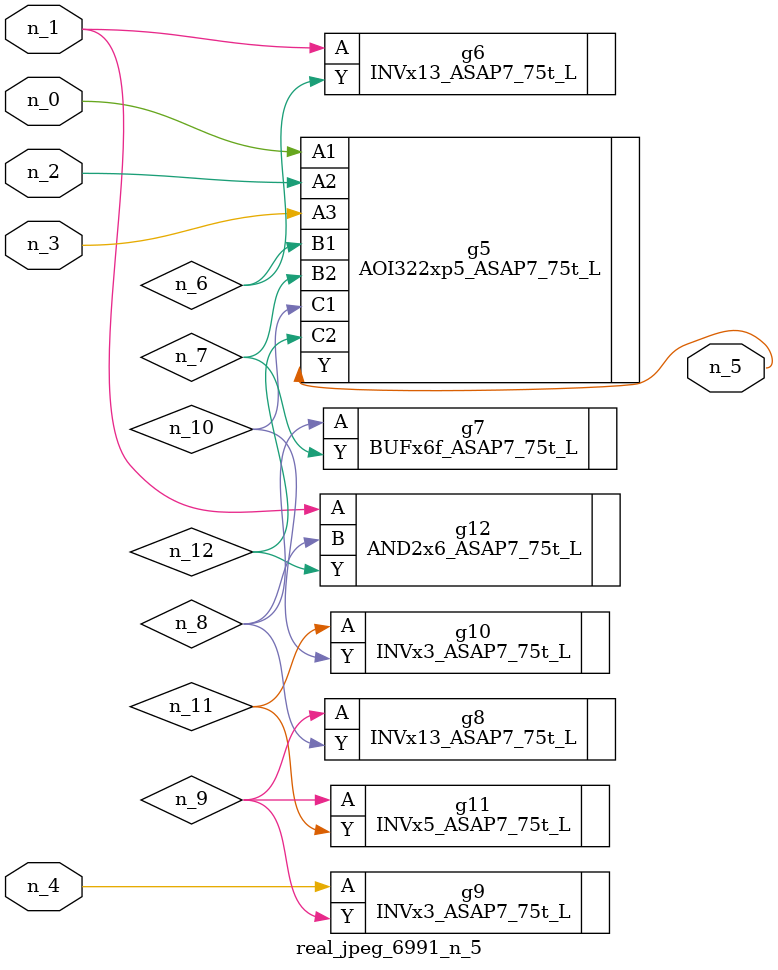
<source format=v>
module real_jpeg_6991_n_5 (n_4, n_0, n_1, n_2, n_3, n_5);

input n_4;
input n_0;
input n_1;
input n_2;
input n_3;

output n_5;

wire n_12;
wire n_8;
wire n_11;
wire n_6;
wire n_7;
wire n_10;
wire n_9;

AOI322xp5_ASAP7_75t_L g5 ( 
.A1(n_0),
.A2(n_2),
.A3(n_3),
.B1(n_6),
.B2(n_7),
.C1(n_10),
.C2(n_12),
.Y(n_5)
);

INVx13_ASAP7_75t_L g6 ( 
.A(n_1),
.Y(n_6)
);

AND2x6_ASAP7_75t_L g12 ( 
.A(n_1),
.B(n_8),
.Y(n_12)
);

INVx3_ASAP7_75t_L g9 ( 
.A(n_4),
.Y(n_9)
);

BUFx6f_ASAP7_75t_L g7 ( 
.A(n_8),
.Y(n_7)
);

INVx13_ASAP7_75t_L g8 ( 
.A(n_9),
.Y(n_8)
);

INVx5_ASAP7_75t_L g11 ( 
.A(n_9),
.Y(n_11)
);

INVx3_ASAP7_75t_L g10 ( 
.A(n_11),
.Y(n_10)
);


endmodule
</source>
